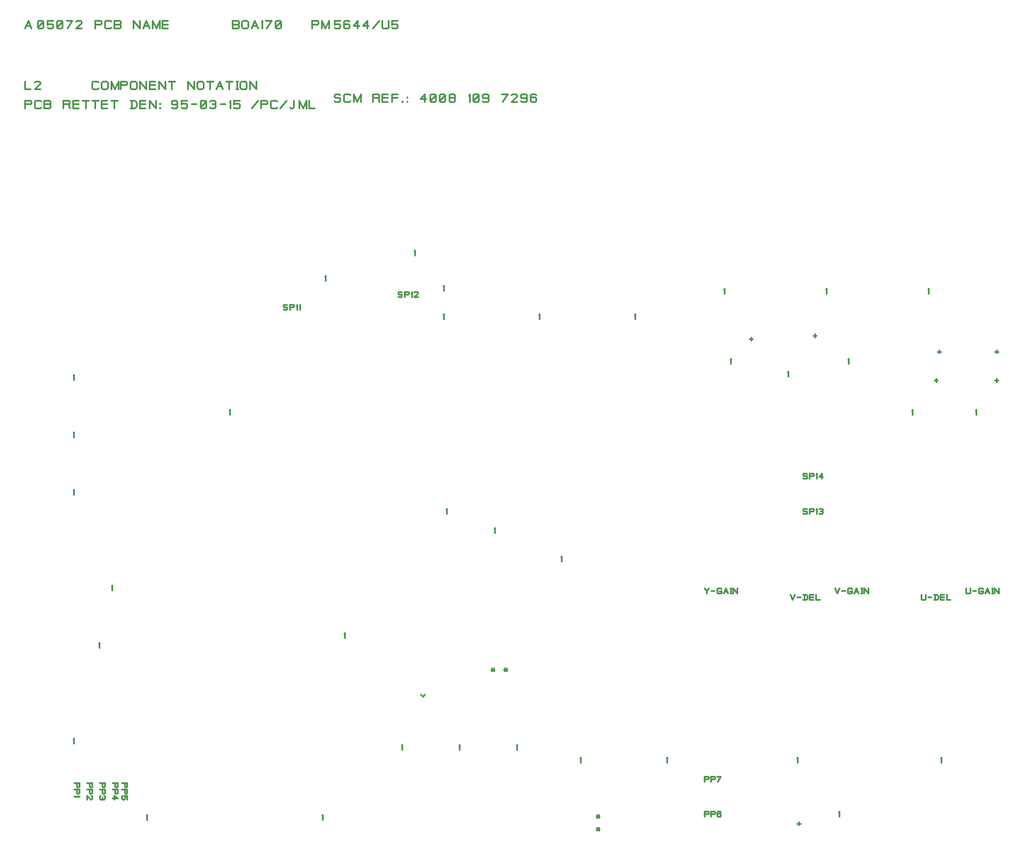
<source format=gbr>
G70*
%FSLAX55Y55*%
%ADD11C,0.01200*%
D11*
X507675Y1441525D02*
X507675Y1443087*
X507675Y1449025D01*
X512050Y1449025*
X512675Y1448400*
X512675Y1446837*
X512050Y1446212*
X507675Y1446212*
X520175Y1443712D02*
X519550Y1443087D01*
X515800Y1443087*
X515175Y1443712*
X515175Y1448400*
X515800Y1449025*
X519550Y1449025*
X520175Y1448400*
X522674Y1443087D02*
X522674Y1449025D01*
X527049Y1449025*
X527674Y1448400*
X527674Y1446837*
X527049Y1446212*
X522674Y1446212D02*
X527049Y1446212D01*
X527674Y1445587*
X527674Y1443712*
X527049Y1443087*
X522674Y1443087*
X535174Y1441525D02*
X537673Y1443087*
X537673Y1449025D01*
X542048Y1449025*
X542673Y1448400*
X542673Y1446837*
X542048Y1446212*
X537673Y1446212*
X541423Y1446212D02*
X542048Y1446212D01*
X542673Y1443087*
X549548Y1443087D02*
X545173Y1443087D01*
X545173Y1449025*
X549548Y1449025*
X549548Y1446212D02*
X545173Y1446212D01*
X552672Y1449025D02*
X557672Y1449025D01*
X555172Y1449025D02*
X555172Y1443087D01*
X560172Y1449025D02*
X565172Y1449025D01*
X562672Y1449025D02*
X562672Y1443087D01*
X572046Y1443087D02*
X567671Y1443087D01*
X567671Y1449025*
X572046Y1449025*
X572046Y1446212D02*
X567671Y1446212D01*
X575171Y1449025D02*
X580171Y1449025D01*
X577671Y1449025D02*
X577671Y1443087D01*
X587670Y1441525D02*
X590170Y1449025*
X593295Y1449025D01*
X594545Y1448400*
X595170Y1447150*
X595170Y1444962*
X594545Y1443712*
X593295Y1443087*
X590170Y1443087*
X591420Y1443087D02*
X591420Y1449025D01*
X602044Y1443087D02*
X597669Y1443087D01*
X597669Y1449025*
X602044Y1449025*
X602044Y1446212D02*
X597669Y1446212D01*
X605169Y1443087D02*
X605169Y1449025D01*
X610169Y1443087*
X610169Y1449025*
X613606Y1443087D02*
X613450Y1443087D01*
X613450Y1443400*
X613606Y1443400*
X613606Y1443087*
X613606Y1446212D02*
X613450Y1446212D01*
X613450Y1446525*
X613606Y1446525*
X613606Y1446212*
X732675Y1504025D02*
X732675Y1505587*
X732675Y1511525D01*
X737050Y1511525*
X737675Y1510900*
X737675Y1509337*
X737050Y1508712*
X732675Y1508712*
X740175Y1505587D02*
X740175Y1511525D01*
X742987Y1505587*
X745800Y1511525*
X745800Y1505587*
X750175Y1446525D02*
X750175Y1448712*
X750800Y1448087D01*
X753925Y1448087*
X754550Y1448712*
X754550Y1450587*
X753925Y1451212*
X750800Y1451212*
X750175Y1451837*
X750175Y1453400*
X750800Y1454025*
X753925Y1454025*
X754550Y1453400*
X762675Y1448712D02*
X762050Y1448087D01*
X758300Y1448087*
X757675Y1448712*
X757675Y1453400*
X758300Y1454025*
X762050Y1454025*
X762675Y1453400*
X765174Y1448087D02*
X765174Y1454025D01*
X767987Y1448087*
X770799Y1454025*
X770799Y1448087*
X777674Y1446525D02*
X780173Y1448087*
X780173Y1454025D01*
X784548Y1454025*
X785173Y1453400*
X785173Y1451837*
X784548Y1451212*
X780173Y1451212*
X783923Y1451212D02*
X784548Y1451212D01*
X785173Y1448087*
X792048Y1448087D02*
X787673Y1448087D01*
X787673Y1454025*
X792048Y1454025*
X792048Y1451212D02*
X787673Y1451212D01*
X795172Y1448087D02*
X795172Y1454025D01*
X799547Y1454025*
X799547Y1451212D02*
X795172Y1451212D01*
X803609Y1448087D02*
X803453Y1448087D01*
X803453Y1448400*
X803609Y1448400*
X803609Y1448087*
X807359Y1448087D02*
X807203Y1448087D01*
X807203Y1448400*
X807359Y1448400*
X807359Y1448087*
X807359Y1451212D02*
X807203Y1451212D01*
X807203Y1451525*
X807359Y1451525*
X807359Y1451212*
X710175Y1284025D02*
X710175Y1285483*
X710592Y1285067D01*
X712675Y1285067*
X713092Y1285483*
X713092Y1286733*
X712675Y1287150*
X710592Y1287150*
X710175Y1287567*
X710175Y1288608*
X710592Y1289025*
X712675Y1289025*
X713092Y1288608*
X715174Y1285067D02*
X715174Y1289025D01*
X718091Y1289025*
X718508Y1288608*
X718508Y1287567*
X718091Y1287150*
X715174Y1287150*
X720903Y1285067D02*
X720903Y1289025D01*
X720486Y1288192*
X723403Y1285067D02*
X723403Y1289025D01*
X722986Y1288192*
X800175Y1294025D02*
X800175Y1295483*
X800592Y1295067D01*
X802675Y1295067*
X803092Y1295483*
X803092Y1296733*
X802675Y1297150*
X800592Y1297150*
X800175Y1297567*
X800175Y1298608*
X800592Y1299025*
X802675Y1299025*
X803092Y1298608*
X805174Y1295067D02*
X805174Y1299025D01*
X808091Y1299025*
X808508Y1298608*
X808508Y1297567*
X808091Y1297150*
X805174Y1297150*
X810903Y1295067D02*
X810903Y1299025D01*
X810486Y1298192*
X812673Y1298608D02*
X813090Y1299025D01*
X815173Y1299025*
X815590Y1298608*
X815590Y1297775*
X815173Y1297358*
X812673Y1295067*
X815590Y1295067*
X742675Y1306525D02*
X743404Y1307567*
X743404Y1311525D01*
X742987Y1310692*
X835175Y1276525D02*
X835904Y1277567*
X835904Y1281525D01*
X835487Y1280692*
X835175Y1299025D02*
X835904Y1300067*
X835904Y1304025D01*
X835487Y1303192*
X545175Y1229025D02*
X545904Y1230067*
X545904Y1234025D01*
X545487Y1233192*
X545175Y1184025D02*
X545904Y1185067*
X545904Y1189025D01*
X545487Y1188192*
X545175Y1139025D02*
X545904Y1140067*
X545904Y1144025D01*
X545487Y1143192*
X667675Y1201525D02*
X668404Y1202567*
X668404Y1206525D01*
X667987Y1205692*
X837675Y1124025D02*
X838404Y1125067*
X838404Y1129025D01*
X837987Y1128192*
X875175Y1109025D02*
X875904Y1110067*
X875904Y1114025D01*
X875487Y1113192*
X927675Y1086525D02*
X928404Y1087567*
X928404Y1091525D01*
X927987Y1090692*
X565175Y1019025D02*
X565904Y1020067*
X565904Y1024025D01*
X565487Y1023192*
X757675Y1026525D02*
X758404Y1027567*
X758404Y1031525D01*
X757987Y1030692*
X545175Y944025D02*
X545904Y945067*
X545904Y949025D01*
X545487Y948192*
X602675Y884025D02*
X603404Y885067*
X603404Y889025D01*
X602987Y888192*
X740175Y884025D02*
X740904Y885067*
X740904Y889025D01*
X740487Y888192*
X802675Y939025D02*
X803404Y940067*
X803404Y944025D01*
X802987Y943192*
X847675Y939025D02*
X848404Y940067*
X848404Y944025D01*
X847987Y943192*
X892675Y939025D02*
X893404Y940067*
X893404Y944025D01*
X892987Y943192*
X942675Y929025D02*
X943404Y930067*
X943404Y934025D01*
X942987Y933192*
X1145175Y886525D02*
X1145904Y887567*
X1145904Y891525D01*
X1145487Y890692*
X1010175Y929025D02*
X1010904Y930067*
X1010904Y934025D01*
X1010487Y933192*
X1112675Y929025D02*
X1113404Y930067*
X1113404Y934025D01*
X1112987Y933192*
X1225175Y929025D02*
X1225904Y930067*
X1225904Y934025D01*
X1225487Y933192*
X1117675Y1124025D02*
X1117675Y1125483*
X1118092Y1125067D01*
X1120175Y1125067*
X1120592Y1125483*
X1120592Y1126733*
X1120175Y1127150*
X1118092Y1127150*
X1117675Y1127567*
X1117675Y1128608*
X1118092Y1129025*
X1120175Y1129025*
X1120592Y1128608*
X1122674Y1125067D02*
X1122674Y1129025D01*
X1125591Y1129025*
X1126008Y1128608*
X1126008Y1127567*
X1125591Y1127150*
X1122674Y1127150*
X1128403Y1125067D02*
X1128403Y1129025D01*
X1127986Y1128192*
X1130173Y1128608D02*
X1130590Y1129025D01*
X1132673Y1129025*
X1133090Y1128608*
X1133090Y1127567*
X1132673Y1127150*
X1131423Y1127150*
X1132673Y1127150*
X1133090Y1126733*
X1133090Y1125692*
X1132673Y1125067*
X1130590Y1125067*
X1130173Y1125483*
X1117675Y1151525D02*
X1117675Y1152983*
X1118092Y1152567D01*
X1120175Y1152567*
X1120592Y1152983*
X1120592Y1154233*
X1120175Y1154650*
X1118092Y1154650*
X1117675Y1155067*
X1117675Y1156108*
X1118092Y1156525*
X1120175Y1156525*
X1120592Y1156108*
X1122674Y1152567D02*
X1122674Y1156525D01*
X1125591Y1156525*
X1126008Y1156108*
X1126008Y1155067*
X1125591Y1154650*
X1122674Y1154650*
X1128403Y1152567D02*
X1128403Y1156525D01*
X1127986Y1155692*
X1132257Y1152567D02*
X1132257Y1156525D01*
X1130173Y1154025*
X1133090Y1154025*
X1252675Y1201525D02*
X1253404Y1202567*
X1253404Y1206525D01*
X1252987Y1205692*
X1202675Y1201525D02*
X1203404Y1202567*
X1203404Y1206525D01*
X1202987Y1205692*
X1105175Y1231525D02*
X1105904Y1232567*
X1105904Y1236525D01*
X1105487Y1235692*
X1060175Y1241525D02*
X1060904Y1242567*
X1060904Y1246525D01*
X1060487Y1245692*
X985175Y1276525D02*
X985904Y1277567*
X985904Y1281525D01*
X985487Y1280692*
X1055175Y1296525D02*
X1055904Y1297567*
X1055904Y1301525D01*
X1055487Y1300692*
X1135175Y1296525D02*
X1135904Y1297567*
X1135904Y1301525D01*
X1135487Y1300692*
X1215175Y1296525D02*
X1215904Y1297567*
X1215904Y1301525D01*
X1215487Y1300692*
X1152675Y1241525D02*
X1153404Y1242567*
X1153404Y1246525D01*
X1152987Y1245692*
X812675Y1326525D02*
X813404Y1327567*
X813404Y1331525D01*
X812987Y1330692*
X1112675Y879025D02*
X1113092Y882150*
X1115592Y882150D01*
X1114342Y880900D02*
X1114342Y883400D01*
X822675Y981525D02*
X820800Y983192*
X819550Y981525D01*
X818092Y983192*
X1267675Y1249025D02*
X1268092Y1252150*
X1270592Y1252150D01*
X1269342Y1250900D02*
X1269342Y1253400D01*
X1222675Y1249025D02*
X1223092Y1252150*
X1225592Y1252150D01*
X1224342Y1250900D02*
X1224342Y1253400D01*
X1075175Y1259025D02*
X1075592Y1262150*
X1078092Y1262150D01*
X1076842Y1260900D02*
X1076842Y1263400D01*
X1040175Y1061525D02*
X1040175Y1066525*
X1041842Y1064650D01*
X1043508Y1066525*
X1041842Y1064650D02*
X1041842Y1062567D01*
X1045591Y1064650D02*
X1048091Y1064650D01*
X1051840Y1064233D02*
X1053507Y1064233D01*
X1053507Y1062983*
X1053090Y1062567*
X1050590Y1062567*
X1050174Y1062983*
X1050174Y1066108*
X1050590Y1066525*
X1053090Y1066525*
X1053507Y1066108*
X1055173Y1062567D02*
X1056840Y1066525D01*
X1058506Y1062567*
X1055798Y1064025D02*
X1057881Y1064025D01*
X1061006Y1062567D02*
X1061006Y1066525D01*
X1060589Y1062567D02*
X1061422Y1062567D01*
X1060589Y1066525D02*
X1061422Y1066525D01*
X1062672Y1062567D02*
X1062672Y1066525D01*
X1066005Y1062567*
X1066005Y1066525*
X1142675Y1061525D02*
X1142675Y1066525*
X1144342Y1062567D01*
X1146008Y1066525*
X1148091Y1064650D02*
X1150591Y1064650D01*
X1154340Y1064233D02*
X1156007Y1064233D01*
X1156007Y1062983*
X1155590Y1062567*
X1153090Y1062567*
X1152674Y1062983*
X1152674Y1066108*
X1153090Y1066525*
X1155590Y1066525*
X1156007Y1066108*
X1157673Y1062567D02*
X1159340Y1066525D01*
X1161006Y1062567*
X1158298Y1064025D02*
X1160381Y1064025D01*
X1163506Y1062567D02*
X1163506Y1066525D01*
X1163089Y1062567D02*
X1163922Y1062567D01*
X1163089Y1066525D02*
X1163922Y1066525D01*
X1165172Y1062567D02*
X1165172Y1066525D01*
X1168505Y1062567*
X1168505Y1066525*
X1107675Y1056525D02*
X1107675Y1061525*
X1109342Y1057567D01*
X1111008Y1061525*
X1113091Y1059650D02*
X1115591Y1059650D01*
X1117674Y1061525D02*
X1119757Y1061525D01*
X1120590Y1061108*
X1121007Y1060275*
X1121007Y1058817*
X1120590Y1057983*
X1119757Y1057567*
X1117674Y1057567*
X1118507Y1057567D02*
X1118507Y1061525D01*
X1125590Y1057567D02*
X1122673Y1057567D01*
X1122673Y1061525*
X1125590Y1061525*
X1125590Y1059650D02*
X1122673Y1059650D01*
X1130589Y1057567D02*
X1127672Y1057567D01*
X1127672Y1061525*
X1210175Y1056525D02*
X1210175Y1061525*
X1210175Y1057983D01*
X1210592Y1057567*
X1213092Y1057567*
X1213508Y1057983*
X1213508Y1061525*
X1215591Y1059650D02*
X1218091Y1059650D01*
X1220174Y1061525D02*
X1222257Y1061525D01*
X1223090Y1061108*
X1223507Y1060275*
X1223507Y1058817*
X1223090Y1057983*
X1222257Y1057567*
X1220174Y1057567*
X1221007Y1057567D02*
X1221007Y1061525D01*
X1228090Y1057567D02*
X1225173Y1057567D01*
X1225173Y1061525*
X1228090Y1061525*
X1228090Y1059650D02*
X1225173Y1059650D01*
X1233089Y1057567D02*
X1230172Y1057567D01*
X1230172Y1061525*
X1245175Y1061525D02*
X1245175Y1066525*
X1245175Y1062983D01*
X1245592Y1062567*
X1248092Y1062567*
X1248508Y1062983*
X1248508Y1066525*
X1250591Y1064650D02*
X1253091Y1064650D01*
X1256840Y1064233D02*
X1258507Y1064233D01*
X1258507Y1062983*
X1258090Y1062567*
X1255590Y1062567*
X1255174Y1062983*
X1255174Y1066108*
X1255590Y1066525*
X1258090Y1066525*
X1258507Y1066108*
X1260173Y1062567D02*
X1261840Y1066525D01*
X1263506Y1062567*
X1260798Y1064025D02*
X1262881Y1064025D01*
X1266006Y1062567D02*
X1266006Y1066525D01*
X1265589Y1062567D02*
X1266422Y1062567D01*
X1265589Y1066525D02*
X1266422Y1066525D01*
X1267672Y1062567D02*
X1267672Y1066525D01*
X1271005Y1062567*
X1271005Y1066525*
X575175Y1064025D02*
X575904Y1065067*
X575904Y1069025D01*
X575487Y1068192*
X872675Y999025D02*
X873092Y1002775*
X875592Y1002775D01*
X873508Y1001525D02*
X875175Y1004025D01*
X873508Y1004025D02*
X875175Y1001525D01*
X882675Y999025D02*
X883092Y1002775*
X885592Y1002775D01*
X883508Y1001525D02*
X885175Y1004025D01*
X883508Y1004025D02*
X885175Y1001525D01*
X955175Y884025D02*
X955592Y887775*
X958092Y887775D01*
X956008Y886525D02*
X957675Y889025D01*
X956008Y889025D02*
X957675Y886525D01*
X955175Y874025D02*
X955592Y877775*
X958092Y877775D01*
X956008Y876525D02*
X957675Y879025D01*
X956008Y879025D02*
X957675Y876525D01*
X1267675Y1226525D02*
X1268092Y1229650*
X1270592Y1229650D01*
X1269342Y1228400D02*
X1269342Y1230900D01*
X1220175Y1226525D02*
X1220592Y1229650*
X1223092Y1229650D01*
X1221842Y1228400D02*
X1221842Y1230900D01*
X1125175Y1261525D02*
X1125592Y1264650*
X1128092Y1264650D01*
X1126842Y1263400D02*
X1126842Y1265900D01*
X1040175Y886525D02*
X1040175Y887567*
X1040175Y891525D01*
X1043092Y891525*
X1043508Y891108*
X1043508Y890067*
X1043092Y889650*
X1040175Y889650*
X1045174Y887567D02*
X1045174Y891525D01*
X1048091Y891525*
X1048508Y891108*
X1048508Y890067*
X1048091Y889650*
X1045174Y889650*
X1050174Y889442D02*
X1050590Y889858D01*
X1052674Y889858*
X1053090Y889442*
X1053090Y887983*
X1052674Y887567*
X1050590Y887567*
X1050174Y887983*
X1050174Y891108*
X1050590Y891525*
X1052674Y891525*
X1053090Y891108*
X1040175Y914025D02*
X1040175Y915067*
X1040175Y919025D01*
X1043092Y919025*
X1043508Y918608*
X1043508Y917567*
X1043092Y917150*
X1040175Y917150*
X1045174Y915067D02*
X1045174Y919025D01*
X1048091Y919025*
X1048508Y918608*
X1048508Y917567*
X1048091Y917150*
X1045174Y917150*
X1050174Y919025D02*
X1053090Y919025D01*
X1050590Y915067*
X545175Y914025D02*
X546217Y914025*
X550175Y914025D01*
X550175Y911108*
X549758Y910692*
X548717Y910692*
X548300Y911108*
X548300Y914025*
X546217Y909026D02*
X550175Y909026D01*
X550175Y906109*
X549758Y905692*
X548717Y905692*
X548300Y906109*
X548300Y909026*
X546217Y903297D02*
X550175Y903297D01*
X549342Y903714*
X555175Y914025D02*
X556217Y914025*
X560175Y914025D01*
X560175Y911108*
X559758Y910692*
X558717Y910692*
X558300Y911108*
X558300Y914025*
X556217Y909026D02*
X560175Y909026D01*
X560175Y906109*
X559758Y905692*
X558717Y905692*
X558300Y906109*
X558300Y909026*
X559758Y904026D02*
X560175Y903610D01*
X560175Y901526*
X559758Y901110*
X558925Y901110*
X558508Y901526*
X556217Y904026*
X556217Y901110*
X565175Y914025D02*
X566217Y914025*
X570175Y914025D01*
X570175Y911108*
X569758Y910692*
X568717Y910692*
X568300Y911108*
X568300Y914025*
X566217Y909026D02*
X570175Y909026D01*
X570175Y906109*
X569758Y905692*
X568717Y905692*
X568300Y906109*
X568300Y909026*
X569758Y904026D02*
X570175Y903610D01*
X570175Y901526*
X569758Y901110*
X568717Y901110*
X568300Y901526*
X568300Y902776*
X568300Y901526*
X567883Y901110*
X566842Y901110*
X566217Y901526*
X566217Y903610*
X566633Y904026*
X575175Y914025D02*
X576217Y914025*
X580175Y914025D01*
X580175Y911108*
X579758Y910692*
X578717Y910692*
X578300Y911108*
X578300Y914025*
X576217Y909026D02*
X580175Y909026D01*
X580175Y906109*
X579758Y905692*
X578717Y905692*
X578300Y906109*
X578300Y909026*
X576217Y901943D02*
X580175Y901943D01*
X577675Y904026*
X577675Y901110*
X582675Y914025D02*
X583717Y914025*
X587675Y914025D01*
X587675Y911108*
X587258Y910692*
X586217Y910692*
X585800Y911108*
X585800Y914025*
X583717Y909026D02*
X587675Y909026D01*
X587675Y906109*
X587258Y905692*
X586217Y905692*
X585800Y906109*
X585800Y909026*
X584133Y904026D02*
X583717Y903610D01*
X583717Y901526*
X584133Y901110*
X585592Y901110*
X586008Y901526*
X586008Y903610*
X585592Y904026*
X587675Y904026*
X587675Y901110*
X507675Y1504025D02*
X507675Y1505587*
X510175Y1511525D01*
X512675Y1505587*
X508612Y1507775D02*
X511737Y1507775D01*
X562675Y1504025D02*
X562675Y1505587*
X562675Y1511525D01*
X567050Y1511525*
X567675Y1510900*
X567675Y1509337*
X567050Y1508712*
X562675Y1508712*
X575175Y1506212D02*
X574550Y1505587D01*
X570800Y1505587*
X570175Y1506212*
X570175Y1510900*
X570800Y1511525*
X574550Y1511525*
X575175Y1510900*
X577674Y1505587D02*
X577674Y1511525D01*
X582049Y1511525*
X582674Y1510900*
X582674Y1509337*
X582049Y1508712*
X577674Y1508712D02*
X582049Y1508712D01*
X582674Y1508087*
X582674Y1506212*
X582049Y1505587*
X577674Y1505587*
X590174Y1504025D02*
X592673Y1505587*
X592673Y1511525D01*
X597673Y1505587*
X597673Y1511525*
X600173Y1505587D02*
X602673Y1511525D01*
X605173Y1505587*
X601110Y1507775D02*
X604235Y1507775D01*
X607672Y1505587D02*
X607672Y1511525D01*
X610485Y1505587*
X613297Y1511525*
X613297Y1505587*
X619547Y1505587D02*
X615172Y1505587D01*
X615172Y1511525*
X619547Y1511525*
X619547Y1508712D02*
X615172Y1508712D01*
X670175Y1504025D02*
X670175Y1505587*
X670175Y1511525D01*
X674550Y1511525*
X675175Y1510900*
X675175Y1509337*
X674550Y1508712*
X670175Y1508712D02*
X674550Y1508712D01*
X675175Y1508087*
X675175Y1506212*
X674550Y1505587*
X670175Y1505587*
X682675Y1506525D02*
X681737Y1505587D01*
X678612Y1505587*
X677675Y1506525*
X677675Y1510587*
X678612Y1511525*
X681737Y1511525*
X682675Y1510587*
X682675Y1506525*
X685174Y1505587D02*
X687674Y1511525D01*
X690174Y1505587*
X686112Y1507775D02*
X689237Y1507775D01*
X693767Y1505587D02*
X693767Y1511525D01*
X693142Y1510275*
X696423Y1511525D02*
X700798Y1511525D01*
X697048Y1505587*
X708298Y1506212D02*
X707673Y1505587D01*
X704548Y1505587*
X703923Y1506212*
X703923Y1510900*
X704548Y1511525*
X707673Y1511525*
X708298Y1510900*
X708298Y1506212*
X703923Y1506212D02*
X708298Y1510900D01*
X750175Y1504025D02*
X750175Y1506212*
X750800Y1505587D01*
X753925Y1505587*
X754550Y1506212*
X754550Y1508400*
X753925Y1509025*
X750800Y1509025*
X750175Y1508400*
X750175Y1511525*
X754550Y1511525*
X757675Y1508400D02*
X758300Y1509025D01*
X761425Y1509025*
X762050Y1508400*
X762050Y1506212*
X761425Y1505587*
X758300Y1505587*
X757675Y1506212*
X757675Y1510900*
X758300Y1511525*
X761425Y1511525*
X762050Y1510900*
X768299Y1505587D02*
X768299Y1511525D01*
X765174Y1507775*
X769549Y1507775*
X775799Y1505587D02*
X775799Y1511525D01*
X772674Y1507775*
X777049Y1507775*
X780173Y1505587D02*
X785173Y1511525D01*
X787673Y1511525D02*
X787673Y1506212D01*
X788298Y1505587*
X792048Y1505587*
X792673Y1506212*
X792673Y1511525*
X795172Y1506212D02*
X795797Y1505587D01*
X798922Y1505587*
X799547Y1506212*
X799547Y1508400*
X798922Y1509025*
X795797Y1509025*
X795172Y1508400*
X795172Y1511525*
X799547Y1511525*
X560175Y1456525D02*
X565175Y1458712*
X564550Y1458087D01*
X560800Y1458087*
X560175Y1458712*
X560175Y1463400*
X560800Y1464025*
X564550Y1464025*
X565175Y1463400*
X572675Y1459025D02*
X571737Y1458087D01*
X568612Y1458087*
X567675Y1459025*
X567675Y1463087*
X568612Y1464025*
X571737Y1464025*
X572675Y1463087*
X572675Y1459025*
X575174Y1458087D02*
X575174Y1464025D01*
X577987Y1458087*
X580799Y1464025*
X580799Y1458087*
X582674Y1458087D02*
X582674Y1464025D01*
X587049Y1464025*
X587674Y1463400*
X587674Y1461837*
X587049Y1461212*
X582674Y1461212*
X595173Y1459025D02*
X594236Y1458087D01*
X591111Y1458087*
X590173Y1459025*
X590173Y1463087*
X591111Y1464025*
X594236Y1464025*
X595173Y1463087*
X595173Y1459025*
X597673Y1458087D02*
X597673Y1464025D01*
X602673Y1458087*
X602673Y1464025*
X609547Y1458087D02*
X605172Y1458087D01*
X605172Y1464025*
X609547Y1464025*
X609547Y1461212D02*
X605172Y1461212D01*
X612672Y1458087D02*
X612672Y1464025D01*
X617672Y1458087*
X617672Y1464025*
X620171Y1464025D02*
X625171Y1464025D01*
X622671Y1464025D02*
X622671Y1458087D01*
X632671Y1456525D02*
X635170Y1458087*
X635170Y1464025D01*
X640170Y1458087*
X640170Y1464025*
X647670Y1459025D02*
X646732Y1458087D01*
X643607Y1458087*
X642670Y1459025*
X642670Y1463087*
X643607Y1464025*
X646732Y1464025*
X647670Y1463087*
X647670Y1459025*
X650169Y1464025D02*
X655169Y1464025D01*
X652669Y1464025D02*
X652669Y1458087D01*
X657669Y1458087D02*
X660169Y1464025D01*
X662669Y1458087*
X658606Y1460275D02*
X661731Y1460275D01*
X665168Y1464025D02*
X670168Y1464025D01*
X667668Y1464025D02*
X667668Y1458087D01*
X673918Y1458087D02*
X673918Y1464025D01*
X673293Y1458087D02*
X674543Y1458087D01*
X673293Y1464025D02*
X674543Y1464025D01*
X681418Y1459025D02*
X680480Y1458087D01*
X677355Y1458087*
X676418Y1459025*
X676418Y1463087*
X677355Y1464025*
X680480Y1464025*
X681418Y1463087*
X681418Y1459025*
X683917Y1458087D02*
X683917Y1464025D01*
X688917Y1458087*
X688917Y1464025*
X507675Y1456525D02*
X512050Y1458087*
X507675Y1458087D01*
X507675Y1464025*
X515175Y1463400D02*
X515800Y1464025D01*
X518925Y1464025*
X519550Y1463400*
X519550Y1462150*
X518925Y1461525*
X515175Y1458087*
X519550Y1458087*
X817675Y1446525D02*
X820800Y1448087*
X820800Y1454025D01*
X817675Y1450275*
X822050Y1450275*
X829550Y1448712D02*
X828925Y1448087D01*
X825800Y1448087*
X825175Y1448712*
X825175Y1453400*
X825800Y1454025*
X828925Y1454025*
X829550Y1453400*
X829550Y1448712*
X825175Y1448712D02*
X829550Y1453400D01*
X837049Y1448712D02*
X836424Y1448087D01*
X833299Y1448087*
X832674Y1448712*
X832674Y1453400*
X833299Y1454025*
X836424Y1454025*
X837049Y1453400*
X837049Y1448712*
X832674Y1448712D02*
X837049Y1453400D01*
X840174Y1448712D02*
X840174Y1450587D01*
X840799Y1451212*
X843924Y1451212*
X844549Y1451837*
X844549Y1453400*
X843924Y1454025*
X840799Y1454025*
X840174Y1453400*
X840174Y1451837*
X840799Y1451212*
X843924Y1451212*
X844549Y1450587*
X844549Y1448712*
X843924Y1448087*
X840799Y1448087*
X840174Y1448712*
X852673Y1446525D02*
X856266Y1448087*
X856266Y1454025D01*
X855641Y1452775*
X863297Y1448712D02*
X862672Y1448087D01*
X859547Y1448087*
X858922Y1448712*
X858922Y1453400*
X859547Y1454025*
X862672Y1454025*
X863297Y1453400*
X863297Y1448712*
X858922Y1448712D02*
X863297Y1453400D01*
X870797Y1451525D02*
X870172Y1450900D01*
X866734Y1450900*
X866422Y1451525*
X866422Y1453400*
X867047Y1454025*
X870172Y1454025*
X870797Y1453400*
X870797Y1448712*
X870172Y1448087*
X867047Y1448087*
X866422Y1448712*
X878921Y1446525D02*
X881421Y1454025*
X885796Y1454025D01*
X882046Y1448087*
X888921Y1453400D02*
X889546Y1454025D01*
X892671Y1454025*
X893296Y1453400*
X893296Y1452150*
X892671Y1451525*
X888921Y1448087*
X893296Y1448087*
X900795Y1451525D02*
X900170Y1450900D01*
X896733Y1450900*
X896420Y1451525*
X896420Y1453400*
X897045Y1454025*
X900170Y1454025*
X900795Y1453400*
X900795Y1448712*
X900170Y1448087*
X897045Y1448087*
X896420Y1448712*
X903920Y1450900D02*
X904545Y1451525D01*
X907670Y1451525*
X908295Y1450900*
X908295Y1448712*
X907670Y1448087*
X904545Y1448087*
X903920Y1448712*
X903920Y1453400*
X904545Y1454025*
X907670Y1454025*
X908295Y1453400*
X517675Y1504025D02*
X522050Y1506212*
X521425Y1505587D01*
X518300Y1505587*
X517675Y1506212*
X517675Y1510900*
X518300Y1511525*
X521425Y1511525*
X522050Y1510900*
X522050Y1506212*
X517675Y1506212D02*
X522050Y1510900D01*
X525175Y1506212D02*
X525800Y1505587D01*
X528925Y1505587*
X529550Y1506212*
X529550Y1508400*
X528925Y1509025*
X525800Y1509025*
X525175Y1508400*
X525175Y1511525*
X529550Y1511525*
X537049Y1506212D02*
X536424Y1505587D01*
X533299Y1505587*
X532674Y1506212*
X532674Y1510900*
X533299Y1511525*
X536424Y1511525*
X537049Y1510900*
X537049Y1506212*
X532674Y1506212D02*
X537049Y1510900D01*
X540174Y1511525D02*
X544549Y1511525D01*
X540799Y1505587*
X547673Y1510900D02*
X548298Y1511525D01*
X551423Y1511525*
X552048Y1510900*
X552048Y1509650*
X551423Y1509025*
X547673Y1505587*
X552048Y1505587*
X685175Y1441525D02*
X685175Y1443087*
X690175Y1449025D01*
X692675Y1443087D02*
X692675Y1449025D01*
X697050Y1449025*
X697675Y1448400*
X697675Y1446837*
X697050Y1446212*
X692675Y1446212*
X705174Y1443712D02*
X704549Y1443087D01*
X700799Y1443087*
X700174Y1443712*
X700174Y1448400*
X700799Y1449025*
X704549Y1449025*
X705174Y1448400*
X707674Y1443087D02*
X712674Y1449025D01*
X715173Y1443712D02*
X715798Y1443087D01*
X717673Y1443087*
X718298Y1443712*
X718298Y1449025*
X722673Y1443087D02*
X722673Y1449025D01*
X725485Y1443087*
X728298Y1449025*
X728298Y1443087*
X734547Y1443087D02*
X730172Y1443087D01*
X730172Y1449025*
X910175Y1276525D02*
X910904Y1277567*
X910904Y1281525D01*
X910487Y1280692*
X622675Y1441525D02*
X627050Y1446525*
X626425Y1445900D01*
X622987Y1445900*
X622675Y1446525*
X622675Y1448400*
X623300Y1449025*
X626425Y1449025*
X627050Y1448400*
X627050Y1443712*
X626425Y1443087*
X623300Y1443087*
X622675Y1443712*
X630175Y1443712D02*
X630800Y1443087D01*
X633925Y1443087*
X634550Y1443712*
X634550Y1445900*
X633925Y1446525*
X630800Y1446525*
X630175Y1445900*
X630175Y1449025*
X634550Y1449025*
X638299Y1446212D02*
X642049Y1446212D01*
X649549Y1443712D02*
X648924Y1443087D01*
X645799Y1443087*
X645174Y1443712*
X645174Y1448400*
X645799Y1449025*
X648924Y1449025*
X649549Y1448400*
X649549Y1443712*
X645174Y1443712D02*
X649549Y1448400D01*
X652673Y1448400D02*
X653298Y1449025D01*
X656423Y1449025*
X657048Y1448400*
X657048Y1446837*
X656423Y1446212*
X654548Y1446212*
X656423Y1446212*
X657048Y1445587*
X657048Y1444025*
X656423Y1443087*
X653298Y1443087*
X652673Y1443712*
X660798Y1446212D02*
X664548Y1446212D01*
X668766Y1443087D02*
X668766Y1449025D01*
X668141Y1447775*
X671422Y1443712D02*
X672047Y1443087D01*
X675172Y1443087*
X675797Y1443712*
X675797Y1445900*
X675172Y1446525*
X672047Y1446525*
X671422Y1445900*
X671422Y1449025*
X675797Y1449025*
M02*

</source>
